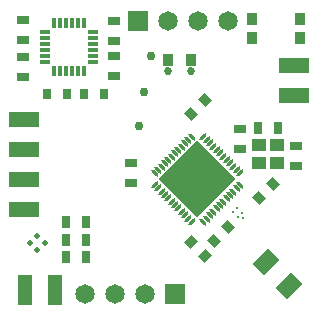
<source format=gts>
%FSLAX33Y33*%
%MOMM*%
%AMRect-W741421-H941421-RO1.000*
21,1,0.741421,0.941421,0.,0.,180*%
%AMRect-W741421-H941421-RO0.500*
21,1,0.741421,0.941421,0.,0.,270*%
%AMRect-W1650000-H1650000-RO1.500*
21,1,1.65,1.65,0.,0.,90*%
%AMRect-W741421-H941421-RO1.750*
21,1,0.741421,0.941421,0.,0.,45*%
%AMRect-W1650000-H1650000-RO0.500*
21,1,1.65,1.65,0.,0.,270*%
%AMRect-W1270000-H2540000-RO0.500*
21,1,1.27,2.54,0.,0.,270*%
%AMRR-H750000-W750000-R375000-RO0.000*
1,1,0.75,0.,0.*
1,1,0.75,0.,0.*
1,1,0.75,0.,-0.*
1,1,0.75,-0.,0.*%
%AMRect-W741421-H941421-RO1.500*
21,1,0.741421,0.941421,0.,0.,90*%
%AMRect-W293622-H923461-RO0.500*
21,1,0.293622,0.923461,0.,0.,270*%
%AMRect-W923461-H293622-RO0.500*
21,1,0.923461,0.293622,0.,0.,270*%
%AMRect-W1317432-H1824264-RO0.250*
21,1,1.317432,1.824264,0.,0.,315*%
%AMRect-W741421-H941421-RO0.250*
21,1,0.741421,0.941421,0.,0.,315*%
%AMRect-W891421-H1041420-RO1.000*
21,1,0.891421,1.04142,0.,0.,180*%
%AMRect-W741421-H941421-RO0.750*
21,1,0.741421,0.941421,0.,0.,225*%
%AMRect-W1141421-H1041421-RO1.000*
21,1,1.141421,1.041421,0.,0.,180*%
%AMRR-H750000-W243205-R121602-RO0.250*
21,1,0.000001,0.75,0.,0.,315*
21,1,0.243205,0.506796,0.,0.,315*
1,1,0.243204,0.1791790906,0.1791797977*
1,1,0.243204,0.1791797977,0.1791790906*
1,1,0.243204,-0.1791790906,-0.1791797977*
1,1,0.243204,-0.1791797977,-0.1791790906*%
%AMRR-H243205-W750000-R121602-RO0.250*
21,1,0.506796,0.243205,0.,0.,315*
21,1,0.75,0.000001,0.,0.,315*
1,1,0.243204,-0.1791790906,0.1791797977*
1,1,0.243204,0.1791797977,-0.1791790906*
1,1,0.243204,0.1791790906,-0.1791797977*
1,1,0.243204,-0.1791797977,0.1791790906*%
%AMRect-W4600000-H4600000-RO0.250*
21,1,4.6,4.6,0.,0.,315*%
%AMRect-W450000-H450000-RO1.250*
21,1,0.45,0.45,0.,0.,135*%
%ADD10C,0.6858*%
%ADD11Rect-W741421-H941421-RO1.000*%
%ADD12Rect-W741421-H941421-RO0.500*%
%ADD13C,1.65*%
%ADD14Rect-W1650000-H1650000-RO1.500*%
%ADD15Rect-W741421-H941421-RO1.750*%
%ADD16C,1.65*%
%ADD17Rect-W1650000-H1650000-RO0.500*%
%ADD18Rect-W1270000-H2540000-RO0.500*%
%ADD19C,0.22*%
%ADD20RR-H750000-W750000-R375000-RO0.000*%
%ADD21Rect-W741421-H941421-RO1.500*%
%ADD22Rect-W293622-H923461-RO0.500*%
%ADD23Rect-W923461-H293622-RO0.500*%
%ADD24R,0.9X1.*%
%ADD25Rect-W1317432-H1824264-RO0.250*%
%ADD26Rect-W741421-H941421-RO0.250*%
%ADD27R,1.27X2.54*%
%ADD28Rect-W891421-H1041420-RO1.000*%
%ADD29Rect-W741421-H941421-RO0.750*%
%ADD30Rect-W1141421-H1041421-RO1.000*%
%ADD31R,0.741421X0.941421*%
%ADD32RR-H750000-W243205-R121602-RO0.250*%
%ADD33RR-H243205-W750000-R121602-RO0.250*%
%ADD34Rect-W4600000-H4600000-RO0.250*%
%ADD35Rect-W450000-H450000-RO1.250*%
D10*
%LNtop solder mask_traces*%
G01*
X13431Y10719D03*
X16002Y11989D03*
X18593Y10693D03*
X17399Y10693D03*
X17399Y9347D03*
X15494Y19863D03*
X14732Y10719D03*
X14732Y11993D03*
X16002Y13166D03*
X16027Y8001D03*
X13513Y19837D03*
X16027Y9347D03*
%LNtop solder mask component 63888d0d71a6bbac*%
D11*
X6590Y5579D03*
X4890Y5579D03*
%LNtop solder mask component 703fe591501cbc8f*%
D12*
X24335Y13563D03*
X24335Y11863D03*
%LNtop solder mask component 07747c070a6d73cb*%
X10435Y12098D03*
X10435Y10398D03*
%LNtop solder mask component 800e0844de41ef63*%
D13*
X13513Y24130D03*
X16053Y24130D03*
X18593Y24130D03*
D14*
X10973Y24130D03*
%LNtop solder mask component 063fa78f45d212e5*%
D15*
X21217Y9118D03*
X22419Y10320D03*
%LNtop solder mask component 1b95c2daf294ff73*%
D16*
X11608Y1016D03*
X9068Y1016D03*
X6528Y1016D03*
D17*
X14148Y1016D03*
%LNtop solder mask component 9a176432f7cf172c*%
D18*
X1372Y10668D03*
%LNtop solder mask component 57f7bb6b34cfe951*%
D19*
X18996Y7957D03*
X19903Y7404D03*
X19420Y7533D03*
X19774Y7887D03*
X19350Y8311D03*
%LNtop solder mask component 824781f5bf643550*%
D11*
X22872Y15025D03*
X21172Y15025D03*
%LNtop solder mask component 03cd6c6d63c7a67c*%
D20*
X12065Y21107D03*
X12065Y21107D03*
%LNtop solder mask component 4dcbdc218eb7df55*%
D21*
X19650Y13243D03*
X19650Y14943D03*
%LNtop solder mask component 18f52f8a688cca6d*%
D22*
X3155Y21170D03*
D23*
X5415Y23931D03*
X5915Y23931D03*
D22*
X7176Y20670D03*
X7176Y22170D03*
X7176Y22670D03*
D23*
X4915Y19909D03*
X6415Y23931D03*
D22*
X7176Y23170D03*
D23*
X4415Y19909D03*
D22*
X3155Y22670D03*
X7176Y21170D03*
X3155Y23170D03*
D23*
X5915Y19909D03*
D22*
X3155Y20670D03*
D23*
X4915Y23931D03*
D22*
X3155Y21670D03*
X7176Y21670D03*
X3155Y22170D03*
D23*
X3915Y23931D03*
X5415Y19909D03*
X4415Y23931D03*
X6415Y19909D03*
X3915Y19909D03*
%LNtop solder mask component 230955736bc0dec0*%
D11*
X6590Y4140D03*
X4890Y4140D03*
%LNtop solder mask component 3749f5233408bbf3*%
D24*
X24725Y24244D03*
X24725Y22644D03*
X20625Y24244D03*
X20625Y22644D03*
%LNtop solder mask component 9f3004bb3ab21b86*%
D20*
X11074Y15215D03*
X11074Y15215D03*
%LNtop solder mask component db375ef090596bd0*%
D12*
X8966Y24130D03*
X8966Y22430D03*
%LNtop solder mask component f1b8c270e18b6528*%
D25*
X23776Y1698D03*
X21791Y3683D03*
%LNtop solder mask component 50e32e93e5cbffe0*%
D26*
X15481Y5372D03*
X16683Y4170D03*
%LNtop solder mask component 9ff5b968d0fa7309*%
D18*
X1372Y15748D03*
%LNtop solder mask component 29f94a9610b8bd7f*%
D27*
X1448Y1321D03*
%LNtop solder mask component 236449664774618a*%
D28*
X13513Y20803D03*
X15463Y20803D03*
%LNtop solder mask component edbb0da92dec2046*%
D18*
X1372Y13208D03*
%LNtop solder mask component 5e0b1e8ae969094c*%
D12*
X1239Y21068D03*
X1239Y19368D03*
%LNtop solder mask component 657944f25ef1242f*%
D18*
X24182Y20320D03*
%LNtop solder mask component 09d4a16645b40eab*%
D12*
X1239Y24181D03*
X1239Y22481D03*
%LNtop solder mask component b1552962451680fe*%
D21*
X8972Y19413D03*
X8972Y21113D03*
%LNtop solder mask component 08ab2ea1eb737624*%
D29*
X18648Y6672D03*
X17446Y5470D03*
%LNtop solder mask component aa8c43ca3479b0fd*%
D15*
X15473Y16242D03*
X16675Y17444D03*
%LNtop solder mask component 4c206d9429b209c5*%
D30*
X22776Y12040D03*
X22776Y13590D03*
X21276Y13590D03*
X21276Y12040D03*
%LNtop solder mask component dcd59bb06ba35ff6*%
D31*
X6397Y17946D03*
X8097Y17946D03*
%LNtop solder mask component 2ef078e0bc91a9e2*%
D11*
X6590Y7112D03*
X4890Y7112D03*
%LNtop solder mask component b6bea4d189a08c88*%
D31*
X3284Y17946D03*
X4984Y17946D03*
%LNtop solder mask component 703e91c2f612e613*%
D32*
X17645Y13174D03*
D33*
X14681Y13457D03*
X13832Y12609D03*
X14115Y12892D03*
D32*
X14964Y7665D03*
D33*
X19342Y9928D03*
X15530Y14306D03*
X13267Y12043D03*
D32*
X13267Y9362D03*
D33*
X18776Y9362D03*
X12984Y11760D03*
D32*
X18776Y12043D03*
X15530Y7099D03*
D33*
X14964Y13740D03*
D34*
X16021Y10703D03*
D33*
X19059Y9645D03*
X12418Y11194D03*
D32*
X12984Y9645D03*
D33*
X19625Y10211D03*
D32*
X17079Y13740D03*
X15247Y7382D03*
D33*
X15247Y14023D03*
X18493Y9079D03*
X17645Y8231D03*
D32*
X12418Y10211D03*
X14681Y7948D03*
D33*
X14398Y13174D03*
D32*
X14115Y8514D03*
X18493Y12326D03*
X12701Y9928D03*
X19342Y11477D03*
D33*
X17928Y8514D03*
D32*
X17362Y13457D03*
X17928Y12892D03*
D33*
X16796Y7382D03*
D32*
X16796Y14023D03*
X13832Y8796D03*
X19625Y11194D03*
X18210Y12609D03*
X16513Y14306D03*
D33*
X13550Y12326D03*
D32*
X14398Y8231D03*
D33*
X16513Y7099D03*
X12701Y11477D03*
D32*
X19059Y11760D03*
X13550Y9079D03*
D33*
X17362Y7948D03*
X17079Y7665D03*
X18210Y8796D03*
%LNtop solder mask component 66d26c4e5afed26b*%
D27*
X3988Y1321D03*
%LNtop solder mask component 70772079e51440cb*%
D18*
X1372Y8128D03*
%LNtop solder mask component 0b3d5d2d41e17186*%
D35*
X2481Y4724D03*
X3082Y5325D03*
X2481Y5926D03*
X1880Y5325D03*
%LNtop solder mask component 78a258f6d75cc400*%
D18*
X24182Y17780D03*
%LNtop solder mask component 8468832e9d8019ca*%
D20*
X11506Y18059D03*
X11506Y18059D03*
M02*
</source>
